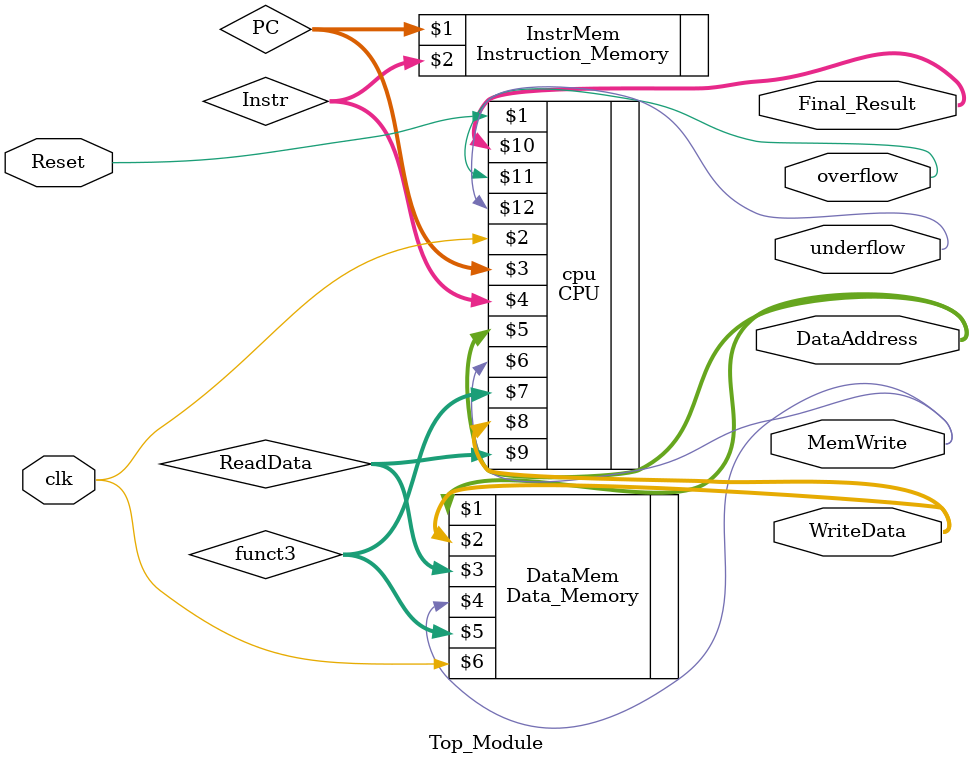
<source format=v>
`timescale 1ns / 1ps


module Top_Module(
input clk,
input Reset,
output MemWrite,
output [31:0] WriteData,        //RD2
output [31:0] DataAddress,      //ALU Result
output [31:0] Final_Result,
output overflow,
output underflow
    );
   
wire [31:0] PC;
wire [31:0] Instr;
wire [31:0] ReadData;
wire [2:0] funct3;

CPU cpu(Reset, clk, PC, Instr, DataAddress, MemWrite, funct3, WriteData, ReadData, Final_Result, overflow, underflow);

Instruction_Memory InstrMem(PC, Instr);

Data_Memory DataMem(DataAddress, WriteData, ReadData, MemWrite, funct3, clk);

endmodule

</source>
